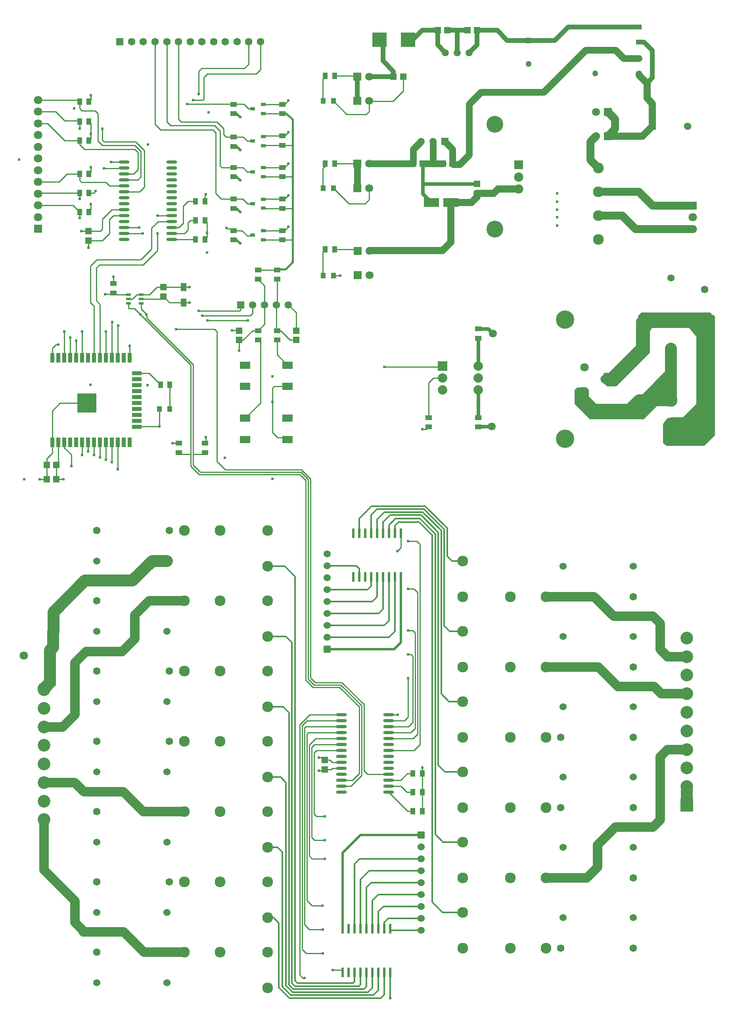
<source format=gtl>
G04 Layer: TopLayer*
G04 EasyEDA Pro v2.1.49.573a4102.674264, 2024-03-15 18:46:32*
G04 Gerber Generator version 0.3*
G04 Scale: 100 percent, Rotated: No, Reflected: No*
G04 Dimensions in millimeters*
G04 Leading zeros omitted, absolute positions, 3 integers and 5 decimals*
%FSLAX35Y35*%
%MOMM*%
%AMRoundRect*1,1,$1,$2,$3*1,1,$1,$4,$5*1,1,$1,0-$2,0-$3*1,1,$1,0-$4,0-$5*20,1,$1,$2,$3,$4,$5,0*20,1,$1,$4,$5,0-$2,0-$3,0*20,1,$1,0-$2,0-$3,0-$4,0-$5,0*20,1,$1,0-$4,0-$5,$2,$3,0*4,1,4,$2,$3,$4,$5,0-$2,0-$3,0-$4,0-$5,$2,$3,0*%
%ADD10C,2.87908*%
%ADD11C,2.79908*%
%ADD12R,0.9X2.0*%
%ADD13R,2.0X0.9*%
%ADD14R,4.09999X4.09999*%
%ADD15R,1.0043X0.8*%
%ADD16R,1.0X0.8*%
%ADD17R,1.37701X1.13254*%
%ADD18O,2.3X0.6*%
%ADD19R,1.35001X1.41*%
%ADD20R,1.13254X1.37701*%
%ADD21R,1.13254X1.37701*%
%ADD22C,1.6*%
%ADD23C,1.524*%
%ADD24RoundRect,0.3048X0.6096X0.6096X0.6096X-0.6096*%
%ADD25RoundRect,0.3048X-0.6096X-0.6096X-0.6096X0.6096*%
%ADD26C,2.3*%
%ADD27R,1.37701X1.13254*%
%ADD28C,2.79999*%
%ADD29R,1.13254X1.37701*%
%ADD30R,1.0X1.25001*%
%ADD31R,1.1X0.6*%
%ADD32R,1.35001X1.41*%
%ADD33R,1.29601X1.7575*%
%ADD34R,2.3X1.5*%
%ADD35C,1.5748*%
%ADD36R,1.5748X1.5748*%
%ADD37R,1.41X1.35001*%
%ADD38C,1.8*%
%ADD39R,1.6X1.6*%
%ADD40R,1.8X1.8*%
%ADD41R,1.8X1.8*%
%ADD42C,1.438*%
%ADD43R,1.7X1.7*%
%ADD44C,1.7*%
%ADD45R,1.0X1.25001*%
%ADD46C,2.69999*%
%ADD47R,2.7X2.7*%
%ADD48R,0.55999X2.08501*%
%ADD49R,0.55999X2.08501*%
%ADD50R,2.0X2.0*%
%ADD51C,2.0*%
%ADD52C,3.89999*%
%ADD53R,1.98X1.98*%
%ADD54C,1.98*%
%ADD55R,1.575X1.575*%
%ADD56C,1.575*%
%ADD57R,3.19999X1.85*%
%ADD58R,1.275X1.275*%
%ADD59C,1.275*%
%ADD60R,1.18X1.07*%
%ADD61C,1.5*%
%ADD62R,3.04999X3.09999*%
%ADD63R,1.7X1.7*%
%ADD64R,1.508X1.508*%
%ADD65C,1.508*%
%ADD66R,1.41X1.35001*%
%ADD67C,3.58499*%
%ADD68C,0.61*%
%ADD69C,2.54*%
%ADD70C,0.8*%
%ADD71C,2.5*%
%ADD72C,0.254*%
%ADD73C,0.4*%
%ADD74C,0.305*%
%ADD75C,0.508*%
%ADD76C,1.0*%
%ADD77C,1.4*%
G75*


G04 PolygonModel Start*
G36*
G01X14960600Y-7200900D02*
G01X14562900Y-7200900D01*
G01Y-8238300D01*
G01X14279500Y-8521700D01*
G01X14020800D01*
G01Y-8801988D01*
G01X14858112D01*
G01X14960600Y-8686800D01*
G01Y-7200900D01*
G37*
G36*
G01X14960600Y-6832600D02*
G01X14871700Y-6731000D01*
G01X14795500D01*
G01X14744700Y-6781800D01*
G01Y-7200900D01*
G01X14960600D01*
G01Y-6832600D01*
G37*
G36*
G01X14858112Y-8814688D02*
G01X14655800Y-9017000D01*
G01X13957300D01*
G01X13855700Y-8915400D01*
G01Y-8661400D01*
G01X13919200Y-8572500D01*
G01X14020800Y-8674100D01*
G01X14717525D01*
G01X14858112Y-8814688D01*
G37*
G36*
G01X13411200Y-8039100D02*
G01X13906500Y-7531100D01*
G01X14020800Y-7810500D01*
G01Y-7971825D01*
G01X13765188Y-8183913D01*
G01X13411200Y-8039100D01*
G37*
G36*
G01X13855700Y-8902700D02*
G01X13855700Y-9067800D01*
G01X13931900Y-9131300D01*
G01X14744700D01*
G01X14960600Y-8902700D01*
G01Y-8661400D01*
G01X14097000D01*
G01X13855700Y-8902700D01*
G37*
G36*
G01X14960600Y-6362700D02*
G01X14899640Y-6324600D01*
G01X13550900D01*
G01X13360400Y-6477000D01*
G01Y-6878782D01*
G01X13475783Y-6867675D01*
G01X13621084Y-6616700D01*
G01X14414413D01*
G01X14606052Y-6846352D01*
G01Y-7206337D01*
G01X14605000Y-7207389D01*
G01X14960600Y-7213600D01*
G01Y-6362700D01*
G37*
G36*
G01X12178805Y-7876018D02*
G01X12014200Y-7886700D01*
G01X11963400Y-7937500D01*
G01Y-8229600D01*
G01X12293600Y-8559800D01*
G01X13443760D01*
G01X13850160Y-8153400D01*
G01X13347700D01*
G01X13144500Y-8356600D01*
G01X12395200D01*
G01X12178805Y-8140205D01*
G01Y-7876018D01*
G37*
G36*
G01X12801600Y-7569200D02*
G01X12801600Y-7858967D01*
G01X12661900Y-7861300D01*
G01X12547600Y-7763164D01*
G01Y-7658100D01*
G01X12598400Y-7569200D01*
G01X12801600D01*
G37*
G36*
G01X762000Y-14033500D02*
G01X647700Y-13474700D01*
G01X635000Y-14122400D01*
G01X546100Y-14211300D01*
G01X622300Y-14325600D01*
G01X647700D01*
G01X723900Y-14414500D01*
G01X889000Y-14224000D01*
G01Y-13512800D01*
G01X825500Y-13970000D01*
G01X762000Y-14033500D01*
G37*
G36*
G01X14302499Y-16393401D02*
G01X14236700Y-16459200D01*
G01Y-16662400D01*
G01X14363700Y-16789400D01*
G01X14490700Y-16662400D01*
G01Y-16446500D01*
G01X14437601Y-16393401D01*
G01X14302499D01*
G37*
G36*
G01X14960600Y-7200900D02*
G01X14562900Y-7200900D01*
G01Y-6735633D01*
G01X14630716Y-6667816D01*
G01X14820900Y-6858000D01*
G01X14960600D01*
G01Y-7200900D01*
G37*
G36*
G01X14439900Y-6324600D02*
G01X14901333Y-6324600D01*
G01X14850533Y-6286500D01*
G01X13385800D01*
G01X13322300Y-6350000D01*
G01Y-6413500D01*
G01X13373100Y-6464300D01*
G01X14300200D01*
G01X14439900Y-6324600D01*
G37*
G36*
G01X12852400Y-7861300D02*
G01X13576300Y-7137400D01*
G01Y-6692900D01*
G01X12542026Y-7727174D01*
G01X12676152Y-7861300D01*
G01X12852400D01*
G37*
G04 PolygonModel End*

G04 Circle Start*
G54D10*
G01X14744700Y-7340900D03*
G54D11*
G01X14020800Y-8661400D03*
G01X635000Y-14312900D03*
G04 Circle End*

G04 Pad Start*
G54D12*
G01X815378Y-9048890D03*
G01X942378Y-9048890D03*
G01X1069378Y-9048890D03*
G01X1196378Y-9048890D03*
G01X1323378Y-9048890D03*
G01X1450378Y-9048890D03*
G01X1577378Y-9048890D03*
G01X1704378Y-9048890D03*
G01X1831378Y-9048890D03*
G01X1958378Y-9048890D03*
G01X2085378Y-9048890D03*
G01X2212378Y-9048890D03*
G01X2339378Y-9048890D03*
G01X2466378Y-9048890D03*
G54D13*
G01X2616391Y-8720391D03*
G01X2616391Y-8593391D03*
G01X2616391Y-8466391D03*
G01X2616391Y-8339391D03*
G01X2616391Y-8212391D03*
G01X2616391Y-8085391D03*
G01X2616391Y-7958391D03*
G01X2616391Y-7831391D03*
G01X2616391Y-7704391D03*
G01X2616391Y-7577391D03*
G54D12*
G01X2466378Y-7248893D03*
G01X2339378Y-7248893D03*
G01X2212378Y-7248893D03*
G01X2085378Y-7248893D03*
G01X1958378Y-7248893D03*
G01X1831378Y-7248893D03*
G01X1704378Y-7248893D03*
G01X1577378Y-7248893D03*
G01X1450378Y-7248893D03*
G01X1323378Y-7248893D03*
G01X1196378Y-7248893D03*
G01X1069378Y-7248893D03*
G01X942378Y-7248893D03*
G01X815378Y-7248893D03*
G54D14*
G01X1549400Y-8216900D03*
G54D16*
G01X5322001Y-1848099D03*
G01X5091999Y-1943095D03*
G01X5322001Y-2038101D03*
G54D17*
G01X4686300Y-1843100D03*
G01X4686300Y-2043100D03*
G01X5727700Y-1843100D03*
G01X5727700Y-2043100D03*
G54D16*
G01X5322001Y-2533899D03*
G01X5091999Y-2628895D03*
G01X5322001Y-2723901D03*
G54D17*
G01X4686300Y-2541600D03*
G01X4686300Y-2741600D03*
G01X5727700Y-2516200D03*
G01X5727700Y-2716200D03*
G54D16*
G01X5322001Y-3194299D03*
G01X5091999Y-3289295D03*
G01X5322001Y-3384301D03*
G54D17*
G01X4686300Y-3189300D03*
G01X4686300Y-3389300D03*
G01X5727700Y-3189300D03*
G01X5727700Y-3389300D03*
G54D16*
G01X5322001Y-3867399D03*
G01X5091999Y-3962395D03*
G01X5322001Y-4057401D03*
G54D17*
G01X4686300Y-3862400D03*
G01X4686300Y-4062400D03*
G01X5727700Y-3862400D03*
G01X5727700Y-4062400D03*
G54D16*
G01X5322001Y-4540499D03*
G01X5091999Y-4635495D03*
G01X5322001Y-4730501D03*
G54D17*
G01X4686300Y-4535500D03*
G01X4686300Y-4735500D03*
G01X5727700Y-4535500D03*
G01X5727700Y-4735500D03*
G54D18*
G01X2351748Y-3073400D03*
G01X2351748Y-3200400D03*
G01X2351748Y-3327400D03*
G01X2351748Y-3454400D03*
G01X2351748Y-3581400D03*
G01X2351748Y-3708400D03*
G01X2351748Y-3835400D03*
G01X2351748Y-3962400D03*
G01X2351748Y-4089400D03*
G01X2351748Y-4216400D03*
G01X2351748Y-4343400D03*
G01X2351748Y-4470400D03*
G01X2351748Y-4597400D03*
G01X2351748Y-4724400D03*
G01X3363252Y-3073400D03*
G01X3363252Y-3200400D03*
G01X3363252Y-3327400D03*
G01X3363252Y-3454400D03*
G01X3363252Y-3581400D03*
G01X3363252Y-3708400D03*
G01X3363252Y-3835400D03*
G01X3363252Y-3962400D03*
G01X3363252Y-4089400D03*
G01X3363252Y-4216400D03*
G01X3363252Y-4343400D03*
G01X3363252Y-4470400D03*
G01X3363252Y-4597400D03*
G01X3363252Y-4724400D03*
G54D17*
G01X4076700Y-9069400D03*
G01X4076700Y-9269400D03*
G01X3517900Y-9069400D03*
G01X3517900Y-9269400D03*
G54D19*
G01X1587500Y-4548200D03*
G01X1587500Y-4748200D03*
G54D20*
G01X3875100Y-4724400D03*
G01X4075100Y-4724400D03*
G01X3875100Y-4318000D03*
G01X4075100Y-4318000D03*
G54D21*
G01X3875100Y-3911600D03*
G01X4075100Y-3911600D03*
G54D18*
G01X6987248Y-14859000D03*
G01X6987248Y-14986000D03*
G01X6987248Y-15113000D03*
G01X6987248Y-15240000D03*
G01X6987248Y-15367000D03*
G01X6987248Y-15494000D03*
G01X6987248Y-15621000D03*
G01X6987248Y-15748000D03*
G01X6987248Y-15875000D03*
G01X6987248Y-16002000D03*
G01X6987248Y-16129000D03*
G01X6987248Y-16256000D03*
G01X6987248Y-16383000D03*
G01X6987248Y-16510000D03*
G01X7998752Y-14859000D03*
G01X7998752Y-14986000D03*
G01X7998752Y-15113000D03*
G01X7998752Y-15240000D03*
G01X7998752Y-15367000D03*
G01X7998752Y-15494000D03*
G01X7998752Y-15621000D03*
G01X7998752Y-15748000D03*
G01X7998752Y-15875000D03*
G01X7998752Y-16002000D03*
G01X7998752Y-16129000D03*
G01X7998752Y-16256000D03*
G01X7998752Y-16383000D03*
G01X7998752Y-16510000D03*
G54D19*
G01X6629400Y-15825800D03*
G01X6629400Y-16025800D03*
G54D21*
G01X8512200Y-16916400D03*
G01X8712200Y-16916400D03*
G54D20*
G01X8512200Y-16510000D03*
G01X8712200Y-16510000D03*
G01X8512200Y-16116300D03*
G01X8712200Y-16116300D03*
G54D22*
G01X3315005Y-10934700D03*
G01X1764995Y-10934700D03*
G54D23*
G01X1764602Y-11582400D03*
G01X3264599Y-11582400D03*
G54D22*
G01X3315005Y-12433300D03*
G01X1764995Y-12433300D03*
G54D23*
G01X1764602Y-13081000D03*
G01X3264599Y-13081000D03*
G54D22*
G01X3315005Y-13931900D03*
G01X1764995Y-13931900D03*
G54D23*
G01X1764602Y-14579600D03*
G01X3264599Y-14579600D03*
G54D22*
G01X3315005Y-15430500D03*
G01X1764995Y-15430500D03*
G54D23*
G01X1764602Y-16078200D03*
G01X3264599Y-16078200D03*
G54D22*
G01X3315005Y-16929100D03*
G01X1764995Y-16929100D03*
G54D23*
G01X1764602Y-17576800D03*
G01X3264599Y-17576800D03*
G54D22*
G01X3315005Y-18427700D03*
G01X1764995Y-18427700D03*
G54D23*
G01X1764602Y-19075400D03*
G01X3264599Y-19075400D03*
G54D22*
G01X3315005Y-19926300D03*
G01X1764995Y-19926300D03*
G54D23*
G01X1764602Y-20574000D03*
G01X3264599Y-20574000D03*
G54D22*
G01X11670995Y-19837400D03*
G01X13221005Y-19837400D03*
G54D23*
G01X13221399Y-19189700D03*
G01X11721402Y-19189700D03*
G54D22*
G01X11670995Y-18338800D03*
G01X13221005Y-18338800D03*
G54D23*
G01X13221399Y-17691100D03*
G01X11721402Y-17691100D03*
G54D22*
G01X11670995Y-16840200D03*
G01X13221005Y-16840200D03*
G54D23*
G01X13221399Y-16192500D03*
G01X11721402Y-16192500D03*
G54D22*
G01X11670995Y-15341600D03*
G01X13221005Y-15341600D03*
G54D23*
G01X13221399Y-14693900D03*
G01X11721402Y-14693900D03*
G54D22*
G01X11670995Y-13843000D03*
G01X13221005Y-13843000D03*
G54D23*
G01X13221399Y-13195300D03*
G01X11721402Y-13195300D03*
G54D22*
G01X11670995Y-12344400D03*
G01X13221005Y-12344400D03*
G54D23*
G01X13221399Y-11696700D03*
G01X11721402Y-11696700D03*
G54D24*
G01X8686800Y-17424400D03*
G54D23*
G01X8686800Y-17678400D03*
G01X8686800Y-17932400D03*
G01X8686800Y-18186400D03*
G01X8686800Y-18440400D03*
G01X8686800Y-18694400D03*
G01X8686800Y-18948400D03*
G01X8686800Y-19202400D03*
G01X8686800Y-19456400D03*
G54D25*
G01X6680200Y-13462000D03*
G54D23*
G01X6680200Y-13208000D03*
G01X6680200Y-12954000D03*
G01X6680200Y-12700000D03*
G01X6680200Y-12446000D03*
G01X6680200Y-12192000D03*
G01X6680200Y-11938000D03*
G01X6680200Y-11684000D03*
G01X6680200Y-11430000D03*
G54D26*
G01X5410200Y-11696700D03*
G01X3632200Y-10934700D03*
G01X4394200Y-10934700D03*
G01X5410200Y-10934700D03*
G01X5410200Y-13195300D03*
G01X3632200Y-12433300D03*
G01X4394200Y-12433300D03*
G01X5410200Y-12433300D03*
G01X5410200Y-14693900D03*
G01X3632200Y-13931900D03*
G01X4394200Y-13931900D03*
G01X5410200Y-13931900D03*
G01X5410200Y-16192500D03*
G01X3632200Y-15430500D03*
G01X4394200Y-15430500D03*
G01X5410200Y-15430500D03*
G01X5410200Y-17691100D03*
G01X3632200Y-16929100D03*
G01X4394200Y-16929100D03*
G01X5410200Y-16929100D03*
G01X5410200Y-19189700D03*
G01X3632200Y-18427700D03*
G01X4394200Y-18427700D03*
G01X5410200Y-18427700D03*
G01X5410200Y-20688300D03*
G01X3632200Y-19926300D03*
G01X4394200Y-19926300D03*
G01X5410200Y-19926300D03*
G01X9575800Y-19075400D03*
G01X11353800Y-19837400D03*
G01X10591800Y-19837400D03*
G01X9575800Y-19837400D03*
G01X9575800Y-17576800D03*
G01X11353800Y-18338800D03*
G01X10591800Y-18338800D03*
G01X9575800Y-18338800D03*
G01X9575800Y-16078200D03*
G01X11353800Y-16840200D03*
G01X10591800Y-16840200D03*
G01X9575800Y-16840200D03*
G01X9575800Y-14579600D03*
G01X11353800Y-15341600D03*
G01X10591800Y-15341600D03*
G01X9575800Y-15341600D03*
G01X9575800Y-13081000D03*
G01X11353800Y-13843000D03*
G01X10591800Y-13843000D03*
G01X9575800Y-13843000D03*
G01X9575800Y-11582400D03*
G01X11353800Y-12344400D03*
G01X10591800Y-12344400D03*
G01X9575800Y-12344400D03*
G54D27*
G01X9906000Y-8723300D03*
G01X9906000Y-8523300D03*
G01X9906000Y-6831000D03*
G01X9906000Y-6631000D03*
G54D28*
G01X14020800Y-8661400D03*
G01X14020800Y-8153400D03*
G54D23*
G01X14020800Y-7049198D03*
G01X14020800Y-5549201D03*
G54D22*
G01X14744700Y-7340905D03*
G01X14744700Y-5790895D03*
G54D27*
G01X8851900Y-8723300D03*
G01X8851900Y-8523300D03*
G54D29*
G01X1598600Y-3327400D03*
G01X1398600Y-3327400D03*
G54D20*
G01X1398600Y-3733800D03*
G01X1598600Y-3733800D03*
G54D29*
G01X1598600Y-4140200D03*
G01X1398600Y-4140200D03*
G01X3325800Y-7823200D03*
G01X3125800Y-7823200D03*
G54D30*
G01X3323102Y-8343890D03*
G01X3103088Y-8343890D03*
G54D31*
G01X2443099Y-6089396D03*
G01X2443099Y-5994400D03*
G01X2443099Y-5899404D03*
G01X2713101Y-5899404D03*
G01X2713101Y-5994400D03*
G01X2713101Y-6089396D03*
G54D17*
G01X2120900Y-5665800D03*
G01X2120900Y-5865800D03*
G54D32*
G01X3187700Y-5940400D03*
G01X3187700Y-5740400D03*
G54D33*
G01X3619500Y-6074131D03*
G01X3619500Y-5736869D03*
G54D34*
G01X5839790Y-8988006D03*
G01X4929810Y-8987980D03*
G01X5839790Y-8537994D03*
G01X4929810Y-8537994D03*
G01X5839790Y-7857706D03*
G01X4929810Y-7857680D03*
G01X5839790Y-7407694D03*
G01X4929810Y-7407694D03*
G54D35*
G01X5854700Y-6121400D03*
G01X5600700Y-6121400D03*
G01X5346700Y-6121400D03*
G01X5092700Y-6121400D03*
G54D36*
G01X4838700Y-6121400D03*
G54D27*
G01X5207000Y-6869100D03*
G01X5207000Y-6669100D03*
G01X5613400Y-6869100D03*
G01X5613400Y-6669100D03*
G54D32*
G01X4800600Y-6869100D03*
G01X4800600Y-6669100D03*
G01X6019800Y-6869100D03*
G01X6019800Y-6669100D03*
G54D27*
G01X5207000Y-5573700D03*
G01X5207000Y-5373700D03*
G01X5613400Y-5573700D03*
G01X5613400Y-5373700D03*
G54D37*
G01X900100Y-9537700D03*
G01X700100Y-9537700D03*
G01X900100Y-9842500D03*
G01X700100Y-9842500D03*
G54D38*
G01X210693Y-13597699D03*
G01X830707Y-13097700D03*
G54D39*
G01X2259203Y-508005D03*
G54D22*
G01X2509190Y-508005D03*
G01X2759202Y-508005D03*
G01X3009214Y-508005D03*
G01X3259201Y-508005D03*
G01X3509213Y-508005D03*
G01X3759200Y-508005D03*
G01X4009212Y-508005D03*
G01X4259199Y-508005D03*
G01X4509211Y-508005D03*
G01X4759198Y-508005D03*
G01X5009210Y-508005D03*
G01X5259197Y-508005D03*
G54D38*
G01X508127Y-1749196D03*
G01X508000Y-2999207D03*
G01X507898Y-2749194D03*
G01X508051Y-2499208D03*
G01X508076Y-2249195D03*
G01X508102Y-1999209D03*
G01X508000Y-3249193D03*
G01X507975Y-3499206D03*
G01X507949Y-3749192D03*
G01X507924Y-3999154D03*
G01X507898Y-4249191D03*
G54D40*
G01X507873Y-4499204D03*
G54D29*
G01X1598600Y-2616200D03*
G01X1398600Y-2616200D03*
G54D21*
G01X1398600Y-1790700D03*
G01X1598600Y-1790700D03*
G54D29*
G01X1598600Y-2209800D03*
G01X1398600Y-2209800D03*
G54D26*
G01X12471400Y-3197403D03*
G01X12471400Y-3707409D03*
G01X12471400Y-4217391D03*
G01X12471400Y-4727397D03*
G54D41*
G01X14490700Y-4004500D03*
G54D38*
G01X14490700Y-4254513D03*
G01X14490700Y-4504499D03*
G54D42*
G01X13436600Y-4508500D03*
G01X13636600Y-4008501D03*
G54D43*
G01X7331530Y-5488573D03*
G54D44*
G01X7585530Y-5488573D03*
G54D20*
G01X6643700Y-4940300D03*
G01X6843700Y-4940300D03*
G54D45*
G01X6596598Y-5499110D03*
G01X6816612Y-5499110D03*
G54D43*
G01X7327900Y-3632200D03*
G54D44*
G01X7581900Y-3632200D03*
G54D45*
G01X6596598Y-3632210D03*
G01X6816612Y-3632210D03*
G54D29*
G01X6843700Y-3111500D03*
G01X6643700Y-3111500D03*
G54D43*
G01X7328865Y-1773258D03*
G54D44*
G01X7582865Y-1773258D03*
G54D29*
G01X6844664Y-1239858D03*
G01X6644665Y-1239858D03*
G54D45*
G01X6596562Y-1773268D03*
G01X6816577Y-1773268D03*
G54D46*
G01X635000Y-14325600D03*
G01X635000Y-14721599D03*
G01X635000Y-15117598D03*
G01X635000Y-15513598D03*
G01X635000Y-15909597D03*
G01X635000Y-16305596D03*
G01X635000Y-16701595D03*
G01X635000Y-17097594D03*
G54D47*
G01X14363700Y-16789400D03*
G54D46*
G01X14363700Y-16393401D03*
G01X14363700Y-15997402D03*
G01X14363700Y-15601402D03*
G01X14363700Y-15205403D03*
G01X14363700Y-14808200D03*
G01X14363700Y-14412201D03*
G01X14363700Y-14016202D03*
G01X14363700Y-13620202D03*
G01X14363700Y-13224203D03*
G54D48*
G01X8026400Y-19426453D03*
G01X7899400Y-19426453D03*
G01X7772400Y-19426453D03*
G01X7645400Y-19426453D03*
G01X7518400Y-19426453D03*
G01X7391400Y-19426453D03*
G01X7264400Y-19426453D03*
G01X7137400Y-19426453D03*
G01X7010400Y-19426453D03*
G01X7010400Y-20349947D03*
G01X7137400Y-20349947D03*
G01X7264400Y-20349947D03*
G01X7391400Y-20349947D03*
G01X7518400Y-20349947D03*
G01X7645400Y-20349947D03*
G01X7772400Y-20349947D03*
G01X7899400Y-20349947D03*
G01X8026400Y-20349947D03*
G54D49*
G01X7239000Y-11917147D03*
G01X7366000Y-11917147D03*
G01X7493000Y-11917147D03*
G01X7620000Y-11917147D03*
G01X7747000Y-11917147D03*
G01X7874000Y-11917147D03*
G01X8001000Y-11917147D03*
G01X8128000Y-11917147D03*
G01X8255000Y-11917147D03*
G01X8255000Y-10993653D03*
G01X8128000Y-10993653D03*
G01X8001000Y-10993653D03*
G01X7874000Y-10993653D03*
G01X7747000Y-10993653D03*
G01X7620000Y-10993653D03*
G01X7493000Y-10993653D03*
G01X7366000Y-10993653D03*
G01X7239000Y-10993653D03*
G54D50*
G01X9144000Y-7429500D03*
G54D51*
G01X9144000Y-7683500D03*
G01X9144000Y-7937500D03*
G01X9906000Y-7937500D03*
G01X9906000Y-7683500D03*
G01X9906000Y-7429500D03*
G54D52*
G01X11760200Y-6438900D03*
G01X11760200Y-8978895D03*
G54D43*
G01X7331530Y-4967873D03*
G54D44*
G01X7585530Y-4967873D03*
G54D43*
G01X7327900Y-3111500D03*
G54D44*
G01X7581900Y-3111500D03*
G54D32*
G01X9880600Y-3747897D03*
G01X9880600Y-3541903D03*
G54D53*
G01X10769600Y-3136900D03*
G54D54*
G01X10769600Y-3391899D03*
G01X10769600Y-3646899D03*
G54D43*
G01X7328865Y-1252558D03*
G54D44*
G01X7582865Y-1252558D03*
G54D55*
G01X13627100Y-2311400D03*
G54D56*
G01X14377099Y-2311400D03*
G54D57*
G01X9323600Y-3937000D03*
G01X8913600Y-3937000D03*
G54D58*
G01X10985500Y-482600D03*
G54D59*
G01X10985500Y-982599D03*
G54D60*
G01X13335000Y-193100D03*
G01X13335000Y-518100D03*
G54D61*
G01X9716464Y-744058D03*
G01X9462465Y-744058D03*
G01X9208465Y-744058D03*
G54D37*
G01X9247962Y-261958D03*
G01X9041968Y-261958D03*
G54D62*
G01X8408564Y-465158D03*
G01X7798565Y-465158D03*
G54D37*
G01X8307197Y-1257300D03*
G01X8101203Y-1257300D03*
G54D63*
G01X12674600Y-2006600D03*
G54D44*
G01X12420600Y-2006600D03*
G54D63*
G01X12674600Y-2527300D03*
G54D44*
G01X12420600Y-2527300D03*
G54D60*
G01X13335000Y-866200D03*
G01X13335000Y-1191200D03*
G54D64*
G01X9195540Y-2634559D03*
G54D65*
G01X8941541Y-2634559D03*
G01X8687541Y-2634559D03*
G54D58*
G01X12407900Y-685800D03*
G54D59*
G01X12407900Y-1185799D03*
G54D66*
G01X9156044Y-3110759D03*
G01X9362038Y-3110759D03*
G54D37*
G01X8727038Y-3110759D03*
G01X8521044Y-3110759D03*
G54D66*
G01X9676968Y-261958D03*
G01X9882962Y-261958D03*
G54D67*
G01X10261600Y-4508500D03*
G01X10261600Y-2272504D03*
G54D38*
G01X12611100Y-7708900D03*
G01X12179795Y-7454887D03*
G01X12178805Y-7962913D03*
G04 Pad End*

G04 Via Start*
G54D28*
G01X13804900Y-7950200D03*
G01X14020800Y-8953500D03*
G54D68*
G01X14922500Y-8864600D03*
G01X14922500Y-8534400D03*
G01X14922500Y-8229600D03*
G01X14922500Y-7924800D03*
G01X14922500Y-7620000D03*
G01X14922500Y-7327900D03*
G01X14922500Y-6965950D03*
G54D44*
G01X10223500Y-6731000D03*
G01X10198100Y-8712200D03*
G54D68*
G01X3378200Y-9067800D03*
G01X4089400Y-8940800D03*
G01X2692400Y-6324600D03*
G01X2819400Y-6324600D03*
G01X2667000Y-4470400D03*
G01X2743200Y-4597400D03*
G01X1066800Y-6692900D03*
G01X1447800Y-6692900D03*
G01X3746500Y-6070600D03*
G01X3746500Y-5740400D03*
G01X2120900Y-5524500D03*
G01X1435100Y-4546600D03*
G01X1587500Y-4902200D03*
G01X3098800Y-8712200D03*
G01X6502400Y-16052800D03*
G01X6502400Y-15773400D03*
G01X8712200Y-15989300D03*
G01X5511800Y-8191500D03*
G01X5943600Y-3390900D03*
G01X6959600Y-5499100D03*
G01X4648200Y-6667500D03*
G01X1054100Y-9842500D03*
G01X546100Y-9842500D03*
G01X1955800Y-6692900D03*
G01X3454400Y-6642100D03*
G01X6629400Y-17030700D03*
G01X6629400Y-17538700D03*
G01X6629400Y-17932400D03*
G01X6578600Y-18935700D03*
G01X6591300Y-19443700D03*
G01X6591300Y-19951700D03*
G01X6197600Y-20472400D03*
G01X8026400Y-20904200D03*
G01X6805350Y-20305450D03*
G01X8191500Y-14859000D03*
G01X8407400Y-14084300D03*
G01X8407400Y-13576300D03*
G01X8407400Y-13068300D03*
G01X8407400Y-12179300D03*
G01X8407400Y-11163300D03*
G01X8178800Y-11367795D03*
G01X11595100Y-3746500D03*
G01X11595100Y-3924300D03*
G01X11595100Y-4089400D03*
G01X11595100Y-4254500D03*
G01X11595100Y-4432300D03*
G01X8712200Y-8775700D03*
G01X2209800Y-9626600D03*
G01X7899400Y-7442200D03*
G01X4826000Y-2120900D03*
G01X4826000Y-2817713D03*
G01X4826000Y-3467100D03*
G01X4826000Y-4140200D03*
G01X4826000Y-4813300D03*
G01X5854700Y-1765300D03*
G01X5854700Y-2438400D03*
G01X5854700Y-3111500D03*
G01X5854700Y-3784600D03*
G01X5854700Y-4457700D03*
G01X5943600Y-5207000D03*
G01X1574800Y-9245600D03*
G01X1701800Y-9321800D03*
G01X1828800Y-9372600D03*
G01X1955800Y-9423400D03*
G01X2082800Y-9474200D03*
G01X4089400Y-3759200D03*
G01X1219200Y-9563100D03*
G01X4800600Y-7099300D03*
G01X1447800Y-9321800D03*
G01X1193800Y-6819900D03*
G01X1320800Y-6883400D03*
G01X4114800Y-4584700D03*
G01X1943100Y-5892800D03*
G01X3060700Y-4597400D03*
G01X3060700Y-4216400D03*
G01X3937000Y-6248400D03*
G01X4013200Y-6350000D03*
G01X2466378Y-6996072D03*
G01X4127500Y-6451600D03*
G01X4991100Y-6451600D03*
G01X2070100Y-3073400D03*
G01X1917700Y-3213100D03*
G01X1397000Y-3860800D03*
G01X1397000Y-4267200D03*
G01X1879600Y-2362200D03*
G01X1397000Y-2362200D03*
G01X1638300Y-1651000D03*
G01X1638300Y-2476500D03*
G01X1638300Y-3187700D03*
G01X1638300Y-3975100D03*
G01X1739900Y-3695700D03*
G01X4533900Y-4483100D03*
G01X3695700Y-1841500D03*
G01X2095500Y-6489700D03*
G01X2222500Y-6565900D03*
G01X3937000Y-1625600D03*
G01X3822700Y-1752600D03*
G01X939800Y-6972300D03*
G01X4114800Y-5003800D03*
G01X5511800Y-7645400D03*
G01X215900Y-9842500D03*
G01X101600Y-3022600D03*
G01X1625600Y-7823200D03*
G01X2844800Y-7835900D03*
G01X5511800Y-9829800D03*
G01X4495800Y-9385300D03*
G01X1282700Y-1930400D03*
G01X2857500Y-2705100D03*
G01X4152900Y-2019300D03*
G04 Via End*

G04 Track Start*
G54D69*
G01X13347700Y-8153400D02*
G01X13144500Y-8356600D01*
G01X13347700Y-8153400D02*
G01X14020800Y-8153400D01*
G54D38*
G01X14744700Y-6781800D02*
G01X14744700Y-7340905D01*
G01X13360400Y-6477000D02*
G01X13360400Y-7150100D01*
G01X14744700Y-6781800D02*
G01X14427200Y-6464300D01*
G01X13373100D01*
G01X13360400Y-6477000D02*
G01X13373100Y-6464300D01*
G54D70*
G01X10198100Y-8712200D02*
G01X9917100Y-8712200D01*
G01X9906000Y-8723300D01*
G01X9906000Y-7937500D02*
G01X9906000Y-8523300D01*
G01X9906000Y-7429500D02*
G01X9906000Y-6831000D01*
G01X10123500Y-6631000D02*
G01X9906000Y-6631000D01*
G01X10223500Y-6731000D02*
G01X10123500Y-6631000D01*
G54D71*
G01X2946400Y-11582400D02*
G01X3264599Y-11582400D01*
G01X1511300Y-12001500D02*
G01X2527300Y-12001500D01*
G01X2946400Y-11582400D01*
G01X830707Y-13097700D02*
G01X838200Y-13090207D01*
G01Y-12674600D01*
G01X1511300Y-12001500D01*
G54D51*
G01X635000Y-15117598D02*
G01X1036802Y-15117598D01*
G01X2578100Y-12738100D02*
G01X2882900Y-12433300D01*
G01X3315005D01*
G01X1036802Y-15117598D02*
G01X1295400Y-14859000D01*
G01Y-13754100D01*
G01X2578100Y-13242000D02*
G01X2578100Y-12738100D01*
G01X3315005Y-12433300D02*
G01X3632200Y-12433300D01*
G54D71*
G01X830707Y-13097700D02*
G01X830707Y-13418693D01*
G01X762000Y-13487400D01*
G01Y-14033500D01*
G54D51*
G01X635000Y-16305596D02*
G01X1294196Y-16305596D01*
G01X2755900Y-16929100D02*
G01X3315005Y-16929100D01*
G01X3632200D01*
G01X635000Y-17097594D02*
G01X635000Y-18173700D01*
G01X1295400Y-18834100D01*
G01Y-19291300D01*
G01X1473200Y-19469100D01*
G01X2768600Y-19926300D02*
G01X3315005Y-19926300D01*
G01X3632200D01*
G01X1295400Y-13754100D02*
G01X1536700Y-13512800D01*
G01X2307300D01*
G01X2578100Y-13242000D01*
G01X1473200Y-19469100D02*
G01X1473200Y-19494500D01*
G01X2336800D01*
G01X2768600Y-19926300D01*
G01X1294196Y-16305596D02*
G01X1494196Y-16505596D01*
G01X2332396D01*
G01X2755900Y-16929100D01*
G01X14363700Y-15601402D02*
G01X13951498Y-15601402D01*
G01X13792200Y-15760700D01*
G01Y-17106900D01*
G01X13639800Y-17259300D01*
G01X12458700Y-18110200D02*
G01X12230100Y-18338800D01*
G01X11670995D01*
G01X11353800D01*
G01X13639800Y-17259300D02*
G01X12839700Y-17259300D01*
G01X12458700Y-17640300D01*
G01Y-18110200D01*
G01X14363700Y-14412201D02*
G01X13815301Y-14412201D01*
G01X13665200Y-14262100D01*
G01X12890500D01*
G01X12471400Y-13843000D01*
G01X11670995D01*
G01X11353800D01*
G01X14363700Y-13620202D02*
G01X13950402Y-13620202D01*
G01X13792200Y-13462000D01*
G01Y-12915900D01*
G01X13639800Y-12763500D01*
G01X12801600D01*
G01X12382500Y-12344400D01*
G01X11670995D01*
G01X11353800D01*
G54D72*
G01X6987248Y-16256000D02*
G01X7226300Y-16256000D01*
G01X7366000Y-16116300D01*
G01X2443099Y-6089396D02*
G01X2443099Y-6197600D01*
G01X6987248Y-16383000D02*
G01X7188200Y-16383000D01*
G01X2713101Y-5994400D02*
G01X3133700Y-5994400D01*
G01X3187700Y-5940400D01*
G01X3321431Y-6074131D01*
G01X3619500D01*
G01X2713101Y-5899404D02*
G01X2888996Y-5899404D01*
G01X3048000Y-5740400D01*
G01X3187700D01*
G01X3615969D01*
G01X3619500Y-5736869D01*
G01X2443099Y-5994400D02*
G01X2527300Y-5994400D01*
G01X2622296Y-5899404D02*
G01X2713101Y-5899404D01*
G01X2527300Y-5994400D02*
G01X2622296Y-5899404D01*
G01X2667000Y-4470400D02*
G01X2351748Y-4470400D01*
G01X2743200Y-4597400D02*
G01X2351748Y-4597400D01*
G01X1066800Y-6692900D02*
G01X1066800Y-7246315D01*
G01X1069378Y-7248893D01*
G01X1447800Y-6692900D02*
G01X1447800Y-7246315D01*
G01X1450378Y-7248893D01*
G01X3746500Y-5740400D02*
G01X3623031Y-5740400D01*
G01X3619500Y-5736869D01*
G01X3746500Y-6070600D02*
G01X3742969Y-6074131D01*
G01X3619500D01*
G01X1587500Y-4548200D02*
G01X1839900Y-4548200D01*
G01X2082800Y-4089400D02*
G01X2351748Y-4089400D01*
G01X1587500Y-4748200D02*
G01X1881200Y-4748200D01*
G01X2032000Y-4597400D01*
G01Y-4305300D01*
G01X2120900Y-4216400D01*
G01X2351748D01*
G01X1839900Y-4548200D02*
G01X1879600Y-4508500D01*
G01Y-4292600D01*
G01X2082800Y-4089400D01*
G01X1435100Y-4546600D02*
G01X1585900Y-4546600D01*
G01X1587500Y-4548200D01*
G01X1587500Y-4902200D02*
G01X1587500Y-4748200D01*
G01X1398600Y-4140200D02*
G01X1257554Y-3999154D01*
G01X507924D01*
G01X1398600Y-3733800D02*
G01X523342Y-3733800D01*
G01X507949Y-3749192D01*
G01X2565400Y-6197600D02*
G01X2443099Y-6197600D01*
G01X2713101Y-6205601D02*
G01X2713101Y-6089396D01*
G01X2832100Y-6324600D02*
G01X2713101Y-6205601D01*
G01X2819400Y-6324600D02*
G01X2832100Y-6324600D01*
G01X8712200Y-15989300D02*
G01X8712200Y-16116300D01*
G01X8712200Y-16116300D02*
G01X8712200Y-16510000D01*
G01Y-16916400D01*
G01X7998752Y-16256000D02*
G01X8255000Y-16256000D01*
G01X8394700Y-16116300D01*
G01X8512200D01*
G01X7998752Y-16383000D02*
G01X8255000Y-16383000D01*
G01X8382000Y-16510000D01*
G01X8512200D01*
G01X7998752Y-16510000D02*
G01X8405152Y-16916400D01*
G01X8512200D01*
G01X3098800Y-8712200D02*
G01X2624582Y-8712200D01*
G01X2616391Y-8720391D01*
G01X3098800Y-8712200D02*
G01X3098800Y-8348177D01*
G01X3103088Y-8343890D01*
G01X3323102Y-8343890D02*
G01X3325800Y-8341192D01*
G01Y-7823200D01*
G01X3125800Y-7823200D02*
G01X2879992Y-7577391D01*
G01X2616391D01*
G01X5600700Y-6121400D02*
G01X5613400Y-6108700D01*
G01Y-5573700D01*
G01X5600700Y-6121400D02*
G01X5600700Y-6656400D01*
G01X5613400Y-6669100D01*
G01X5346700Y-6121400D02*
G01X5346700Y-6529400D01*
G01X5207000Y-6669100D01*
G01X5854700Y-6121400D02*
G01X6019800Y-6286500D01*
G01Y-6669100D01*
G01X5839790Y-7407694D02*
G01X5613400Y-7181304D01*
G01Y-6869100D01*
G01X6019800Y-6869100D02*
G01X5891200Y-6869100D01*
G01X5691200Y-6669100D02*
G01X5613400Y-6669100D01*
G01X5891200Y-6869100D02*
G01X5691200Y-6669100D01*
G01X5207000Y-6669100D02*
G01X5091100Y-6669100D01*
G01X4891100Y-6869100D02*
G01X4800600Y-6869100D01*
G01X5091100Y-6669100D02*
G01X4891100Y-6869100D01*
G01X5207000Y-6869100D02*
G01X5257800Y-6919900D01*
G01Y-8210004D01*
G01X4929810Y-8537994D01*
G01X5839790Y-7857706D02*
G01X5553494Y-7857706D01*
G01X5511800Y-7899400D02*
G01X5553494Y-7857706D01*
G01X5511800Y-8839200D02*
G01X5626100Y-8953500D01*
G01X5805284D01*
G01X5839790Y-8988006D01*
G01X7327900Y-3111500D02*
G01X6843700Y-3111500D01*
G01X5943600Y-3390900D02*
G01X5729300Y-3390900D01*
G01X5727700Y-3389300D01*
G54D73*
G01X5815000Y-2043100D02*
G01X5727700Y-2043100D01*
G01X5943600Y-2171700D02*
G01X5815000Y-2043100D01*
G54D72*
G01X5727700Y-2716200D02*
G01X5932901Y-2716200D01*
G01X5943600Y-2705501D01*
G54D73*
G01X5943600Y-3390900D02*
G01X5943600Y-2705501D01*
G01Y-2171700D01*
G54D72*
G01X5207000Y-5373700D02*
G01X5613400Y-5373700D01*
G54D73*
G01X5943600Y-5207000D02*
G01X5791200Y-5359400D01*
G01X5627700D01*
G01X5613400Y-5373700D01*
G54D72*
G01X5727700Y-4735500D02*
G01X5942897Y-4735500D01*
G01X5943600Y-4734796D01*
G54D73*
G01X5943600Y-5207000D01*
G54D72*
G01X5727700Y-4062400D02*
G01X5941632Y-4062400D01*
G01X5943600Y-4064368D01*
G54D73*
G01X5943600Y-3390900D02*
G01X5943600Y-4064368D01*
G01Y-4734796D01*
G54D72*
G01X6816612Y-3632210D02*
G01X7146802Y-3962400D01*
G01X7493000D01*
G01X7581900Y-3873500D01*
G01Y-3632200D01*
G01X6643700Y-3111500D02*
G01X6643700Y-3160700D01*
G01X6591300Y-3213100D01*
G01Y-3626912D01*
G01X6596598Y-3632210D01*
G01X7328865Y-1252558D02*
G01X7316165Y-1239858D01*
G01X6844664D01*
G01X6644665Y-1239858D02*
G01X6644665Y-1254735D01*
G01X6591300Y-1308100D01*
G01Y-1768006D01*
G01X6596562Y-1773268D01*
G01X6816577Y-1773268D02*
G01X7100709Y-2057400D01*
G01X7518400D01*
G01X7582865Y-1992935D01*
G01Y-1773258D01*
G01X7331530Y-4967873D02*
G01X7303957Y-4940300D01*
G01X6843700D01*
G01X6643700Y-4940300D02*
G01X6591300Y-4992700D01*
G01X6591300Y-5493812D02*
G01X6596598Y-5499110D01*
G01X6591300Y-4992700D02*
G01X6591300Y-5493812D01*
G01X6959600Y-5499100D02*
G01X6816623Y-5499100D01*
G01X4648200Y-6667500D02*
G01X4799000Y-6667500D01*
G01X4800600Y-6669100D01*
G01X3949700Y-9740900D02*
G01X3771900Y-9563100D01*
G01X3975100Y-9690100D02*
G01X3822700Y-9537700D01*
G01X3517900Y-9269400D02*
G01X3554400Y-9269400D01*
G01X3594100Y-9309100D01*
G01X3770711D01*
G01X3771900Y-9310289D01*
G01X3771900Y-9563100D02*
G01X3771900Y-9310289D01*
G01X4076700Y-9269400D02*
G01X4037000Y-9309100D01*
G01X3824117Y-9309100D02*
G01X3822700Y-9307683D01*
G01X3822700Y-9537700D02*
G01X3822700Y-9307683D01*
G01X4037000Y-9309100D02*
G01X3824117Y-9309100D01*
G01X4089400Y-8940800D02*
G01X4089400Y-9056700D01*
G01X4076700Y-9069400D01*
G01X3378200Y-9067800D02*
G01X3516300Y-9067800D01*
G01X3517900Y-9069400D01*
G01X3771900Y-7404100D02*
G01X3771900Y-9310289D01*
G01X2832100Y-6324600D02*
G01X2832100Y-6400800D01*
G01X3822700Y-7391400D01*
G01Y-9307683D01*
G01X1054100Y-9842500D02*
G01X900100Y-9842500D01*
G01Y-9563100D01*
G01X942378Y-9520822D02*
G01X942378Y-9048890D01*
G01X546100Y-9842500D02*
G01X700100Y-9842500D01*
G01Y-9537700D01*
G01Y-9396400D01*
G01X812800Y-9283700D01*
G01Y-9051468D01*
G01X815378Y-9048890D01*
G01X1955800Y-6692900D02*
G01X1958378Y-6695478D01*
G01Y-7248893D01*
G01X7543800Y-16129000D02*
G01X7998752Y-16129000D01*
G01X7467600Y-16052800D02*
G01X7543800Y-16129000D01*
G01X4330700Y-9461500D02*
G01X4508500Y-9639300D01*
G01X4330700Y-6692900D02*
G01X4330700Y-9461500D01*
G01X7188200Y-16383000D02*
G01X7416800Y-16154400D01*
G01X6987248Y-14986000D02*
G01X6248400Y-14986000D01*
G01X6311900Y-14859000D02*
G01X6987248Y-14859000D01*
G01X6502400Y-15773400D02*
G01X6577000Y-15773400D01*
G01X6629400Y-15825800D01*
G01X6745300D01*
G01X6794500Y-15875000D01*
G01X6987248D01*
G01X6502400Y-16052800D02*
G01X6602400Y-16052800D01*
G01X6629400Y-16025800D01*
G01X6770700D01*
G01X6794500Y-16002000D01*
G01X6987248D01*
G01X6629400Y-17030700D02*
G01X6451600Y-17030700D01*
G01X6451600Y-15621000D02*
G01X6987248Y-15621000D01*
G01X6987248Y-15494000D02*
G01X6410960Y-15494000D01*
G01X6410960Y-17538700D02*
G01X6629400Y-17538700D01*
G01X6410960Y-15494000D02*
G01X6350000Y-15554960D01*
G01Y-17477740D01*
G01X6410960Y-17538700D01*
G01X6451600Y-17030700D02*
G01X6400800Y-16979900D01*
G01Y-15671800D01*
G01X6451600Y-15621000D01*
G01X6438900Y-15367000D02*
G01X6987248Y-15367000D01*
G01X6299200Y-15506700D02*
G01X6438900Y-15367000D01*
G01X6987248Y-15240000D02*
G01X6273800Y-15240000D01*
G01X6248400Y-15265400D01*
G01X6197600Y-19342100D02*
G01X6299200Y-19443700D01*
G01X6591300D01*
G01X6248400Y-14986000D02*
G01X6146800Y-15087600D01*
G01Y-19862800D01*
G01X6235700Y-19951700D01*
G01X6591300D01*
G01X6096000Y-15074900D02*
G01X6311900Y-14859000D01*
G01X6578600Y-18935700D02*
G01X6362700Y-18935700D01*
G01X6248400Y-18821400D01*
G01Y-15265400D01*
G54D74*
G01X5778500Y-11696700D02*
G01X5410200Y-11696700D01*
G54D72*
G01X6299200Y-17868900D02*
G01X6299200Y-15506700D01*
G01X6629400Y-17932400D02*
G01X6362700Y-17932400D01*
G01X6299200Y-17868900D01*
G54D74*
G01X5803900Y-13195300D02*
G01X5410200Y-13195300D01*
G01X5930900Y-13322300D02*
G01X5803900Y-13195300D01*
G01X5930900Y-20586700D02*
G01X5930900Y-13322300D01*
G01X8686800Y-19202400D02*
G01X7988300Y-19202400D01*
G01X7899400Y-19291300D01*
G01X8026400Y-19426453D02*
G01X8026400Y-19456400D01*
G01X8686800D01*
G01X8686800Y-18948400D02*
G01X7886700Y-18948400D01*
G01X7772400Y-19062700D01*
G01X8686800Y-18694400D02*
G01X7772400Y-18694400D01*
G01X7645400Y-18821400D01*
G01X8686800Y-18440400D02*
G01X7620000Y-18440400D01*
G01X7518400Y-18542000D01*
G01X8686800Y-18186400D02*
G01X7581900Y-18186400D01*
G01X7391400Y-18376900D01*
G01X8686800Y-17932400D02*
G01X7378700Y-17932400D01*
G01X7264400Y-18046700D01*
G54D75*
G01X8686800Y-17424400D02*
G01X7391400Y-17424400D01*
G01X7010400Y-17805400D01*
G54D74*
G01X5727700Y-20662900D02*
G01X5727700Y-17792700D01*
G01X5626100Y-17691100D01*
G01X5410200D01*
G01X5867400Y-20624800D02*
G01X5867400Y-14820900D01*
G01X5740400Y-14693900D01*
G01X5410200D01*
G01X5410200Y-16192500D02*
G01X5689600Y-16192500D01*
G01X5803900Y-16306800D01*
G01Y-20637500D01*
G01X5537200Y-19189700D02*
G01X5410200Y-19189700D01*
G01X5651500Y-19304000D02*
G01X5537200Y-19189700D01*
G01X5651500Y-20675600D02*
G01X5651500Y-19304000D01*
G54D72*
G01X6103634Y-9740900D02*
G01X3949700Y-9740900D01*
G01X6121400Y-9690100D02*
G01X3975100Y-9690100D01*
G01X4508500Y-9639300D02*
G01X6134100Y-9639300D01*
G54D74*
G01X5994400Y-11912600D02*
G01X5778500Y-11696700D01*
G01X5994400Y-20535900D02*
G01X5994400Y-11912600D01*
G54D72*
G01X6197600Y-15138400D02*
G01X6197600Y-19342100D01*
G01X6223000Y-15113000D02*
G01X6197600Y-15138400D01*
G01X6987248Y-15113000D02*
G01X6223000Y-15113000D01*
G01X8191500Y-14859000D02*
G01X7998752Y-14859000D01*
G01X7998752Y-14986000D02*
G01X8331200Y-14986000D01*
G01X8407400Y-14909800D01*
G01X8407400Y-14084300D02*
G01X8407400Y-14909800D01*
G01X7998752Y-15113000D02*
G01X8420100Y-15113000D01*
G01X8509000Y-15024100D01*
G01Y-13614400D01*
G01X8470900Y-13576300D01*
G01X8407400D01*
G01X8509000Y-13068300D02*
G01X8407400Y-13068300D01*
G01X8534400Y-12179300D02*
G01X8407400Y-12179300D01*
G01X8407400Y-11163300D02*
G01X8597900Y-11163300D01*
G01X8559800Y-13119100D02*
G01X8509000Y-13068300D01*
G01X8610600Y-12255500D02*
G01X8534400Y-12179300D01*
G01X8597900Y-11163300D02*
G01X8661400Y-11226800D01*
G01Y-15494000D01*
G01X8534400Y-15621000D01*
G01X7998752D01*
G01X7998752Y-15367000D02*
G01X8521700Y-15367000D01*
G01X8610600Y-15278100D01*
G01Y-12255500D01*
G01X7998752Y-15240000D02*
G01X8470900Y-15240000D01*
G01X8559800Y-15151100D01*
G01Y-13119100D01*
G54D74*
G01X6680200Y-11684000D02*
G01X7302500Y-11684000D01*
G01X7366000Y-11747500D01*
G01Y-11917147D01*
G01X6680200Y-12192000D02*
G01X7543800Y-12192000D01*
G01X7620000Y-12115800D01*
G01Y-11917147D01*
G01X6680200Y-12446000D02*
G01X7645400Y-12446000D01*
G01X7747000Y-12344400D01*
G01Y-11917147D01*
G01X6680200Y-12700000D02*
G01X7785100Y-12700000D01*
G01X7874000Y-12611100D01*
G01Y-11917147D01*
G01X6680200Y-12954000D02*
G01X7899400Y-12954000D01*
G01X8001000Y-12852400D01*
G01Y-11917147D01*
G01X6680200Y-13208000D02*
G01X8001000Y-13208000D01*
G01X8128000Y-13081000D01*
G01Y-11917147D01*
G54D75*
G01X8255000Y-11917147D02*
G01X8255000Y-13322300D01*
G01X8115300Y-13462000D01*
G01X6680200D01*
G54D72*
G01X8255000Y-10993653D02*
G01X8255000Y-11291595D01*
G01X8178800Y-11367795D01*
G54D74*
G01X8128000Y-10993653D02*
G01X8128000Y-10833100D01*
G01X8204200Y-10756900D01*
G01X8648700D01*
G01X9144000Y-19075400D02*
G01X9575800Y-19075400D01*
G01X8648700Y-10756900D02*
G01X8928100Y-11036300D01*
G01Y-18859500D01*
G01X9144000Y-19075400D01*
G01X8001000Y-10993653D02*
G01X8001000Y-10820400D01*
G01X8140700Y-10680700D01*
G01X9156700Y-17576800D02*
G01X9575800Y-17576800D01*
G01X8991600Y-17411700D02*
G01X9156700Y-17576800D01*
G01X7874000Y-10993653D02*
G01X7874000Y-10756900D01*
G01X8026400Y-10604500D01*
G01X9194800Y-16078200D02*
G01X9575800Y-16078200D01*
G01X9055100Y-15938500D02*
G01X9194800Y-16078200D01*
G01X8140700Y-10680700D02*
G01X8661400Y-10680700D01*
G01X8991600Y-11010900D01*
G01Y-17411700D01*
G01X8026400Y-10604500D02*
G01X8686800Y-10604500D01*
G01X9055100Y-10972800D01*
G01Y-15938500D01*
G01X7747000Y-10993653D02*
G01X7747000Y-10693400D01*
G01X9283700Y-14579600D02*
G01X9575800Y-14579600D01*
G01X9118600Y-14414500D02*
G01X9283700Y-14579600D01*
G01X9118600Y-10934700D02*
G01X9118600Y-14414500D01*
G01X7747000Y-10693400D02*
G01X7899400Y-10541000D01*
G01X8724900D01*
G01X9118600Y-10934700D01*
G01X7620000Y-10993653D02*
G01X7620000Y-10604500D01*
G01X9296400Y-13081000D02*
G01X9575800Y-13081000D01*
G01X9182100Y-12966700D02*
G01X9296400Y-13081000D01*
G01X9182100Y-10909300D02*
G01X9182100Y-12966700D01*
G01X7620000Y-10604500D02*
G01X7747000Y-10477500D01*
G01X8750300D01*
G01X9182100Y-10909300D01*
G01X7366000Y-10993653D02*
G01X7366000Y-10680700D01*
G01X9347200Y-11582400D02*
G01X9575800Y-11582400D01*
G01X9245600Y-11480800D02*
G01X9347200Y-11582400D01*
G01X9245600Y-10883900D02*
G01X9245600Y-11480800D01*
G01X7366000Y-10680700D02*
G01X7632700Y-10414000D01*
G01X8775700D01*
G01X9245600Y-10883900D01*
G54D72*
G01X6134100Y-9639300D02*
G01X6324600Y-9829800D01*
G01X6273800Y-9842500D02*
G01X6121400Y-9690100D01*
G01X6223000Y-9860266D02*
G01X6103634Y-9740900D01*
G01X7416800Y-16154400D02*
G01X7416800Y-14668500D01*
G01X7366000Y-16116300D02*
G01X7366000Y-14693900D01*
G01X7416800Y-14668500D02*
G01X6972300Y-14224000D01*
G01X7366000Y-14693900D02*
G01X6946900Y-14274800D01*
G01X7467600Y-14643100D02*
G01X7467600Y-16052800D01*
G01X6997700Y-14173200D02*
G01X7467600Y-14643100D01*
G01X6426200Y-14173200D02*
G01X6997700Y-14173200D01*
G01X6324600Y-14071600D02*
G01X6426200Y-14173200D01*
G01X6324600Y-9829800D02*
G01X6324600Y-14071600D01*
G01X6972300Y-14224000D02*
G01X6400800Y-14224000D01*
G01X6273800Y-14097000D01*
G01Y-9842500D01*
G01X6946900Y-14274800D02*
G01X6375400Y-14274800D01*
G01X6223000Y-14122400D01*
G01Y-9860266D01*
G54D44*
G01X14490700Y-4004500D02*
G01X14486700Y-4008501D01*
G01X13636600D01*
G01X13335508Y-3707409D01*
G01X12471400D01*
G01X14490700Y-4504499D02*
G01X14486700Y-4508500D01*
G01X13436600D01*
G01X13271500D01*
G01X12980391Y-4217391D01*
G01X12471400D01*
G01X12471400Y-3197403D02*
G01X12306300Y-3032303D01*
G01Y-2641600D01*
G01X12420600Y-2527300D01*
G01X12827000Y-2374900D02*
G01X12827000Y-2159000D01*
G01X12674600Y-2006600D01*
G01X12674600Y-2527300D02*
G01X12827000Y-2374900D01*
G54D61*
G01X12674600Y-2527300D02*
G01X13411200Y-2527300D01*
G01X13627100Y-2311400D01*
G54D72*
G01X8712200Y-8775700D02*
G01X8799500Y-8775700D01*
G01X8851900Y-8723300D01*
G01X8851900Y-8523300D02*
G01X8851900Y-7785100D01*
G01X8953500Y-7683500D01*
G01X9144000D01*
G01X7899400Y-7442200D02*
G01X9131300Y-7442200D01*
G01X9144000Y-7429500D01*
G54D76*
G01X9462465Y-744058D02*
G01X9462465Y-269459D01*
G01X9454963Y-261958D01*
G01X9247962Y-261958D02*
G01X9454963Y-261958D01*
G01X9676968D01*
G01X9208465Y-744058D02*
G01X9041968Y-577560D01*
G01Y-261958D01*
G01X9716464Y-744058D02*
G01X9882962Y-577560D01*
G01Y-261958D01*
G01X9041968Y-261958D02*
G01X8716942Y-261958D01*
G01X8513742Y-465158D02*
G01X8408564Y-465158D01*
G01X8716942Y-261958D02*
G01X8513742Y-465158D01*
G01X7798565Y-465158D02*
G01X7874000Y-540593D01*
G01Y-914400D01*
G01X8101203Y-1141603D01*
G01Y-1257300D01*
G01X7587607D01*
G01X7582865Y-1252558D01*
G01X7328865Y-1252558D02*
G01X7328865Y-1773258D01*
G54D72*
G01X8307197Y-1257300D02*
G01X8307197Y-1560703D01*
G01X8089900Y-1778000D01*
G01X7587607D01*
G01X7582865Y-1773258D01*
G54D77*
G01X9715500Y-1841500D02*
G01X9969500Y-1587500D01*
G01X9715500Y-2921000D02*
G01X9715500Y-1841500D01*
G01X9512300Y-3124200D02*
G01X9715500Y-2921000D01*
G01X9375478Y-3124200D02*
G01X9512300Y-3124200D01*
G01X9362038Y-3110759D02*
G01X9375478Y-3124200D01*
G01X9362038Y-3110759D02*
G01X9362038Y-2801056D01*
G01X9195540Y-2634559D01*
G01X8941541Y-2634559D02*
G01X8941541Y-3109919D01*
G01X8940700Y-3110759D01*
G01X8727038Y-3110759D02*
G01X8940700Y-3110759D01*
G01X9156044D01*
G01X8687541Y-2634559D02*
G01X8521044Y-2801056D01*
G01Y-3110759D01*
G01X8520303Y-3111500D01*
G01X7581900D01*
G01X7327900Y-3111500D02*
G01X7327900Y-3632200D01*
G54D70*
G01X8913600Y-3937000D02*
G01X8727038Y-3750437D01*
G54D61*
G01X10769600Y-3646899D02*
G01X10335801Y-3646899D01*
G01X10236200Y-3746500D01*
G01X9881997D01*
G01X9880600Y-3747897D01*
G54D70*
G01X9880600Y-3541903D02*
G01X8736467Y-3541903D01*
G01X8727038Y-3532474D01*
G01X8727038Y-3750437D02*
G01X8727038Y-3532474D01*
G01Y-3110759D01*
G54D61*
G01X9880600Y-3747897D02*
G01X9880600Y-3822700D01*
G01X9766300Y-3937000D01*
G01X9323600D01*
G01Y-4786100D01*
G01X9144000Y-4965700D01*
G01X7587704D01*
G01X7585530Y-4967873D01*
G54D75*
G01X4826000Y-2120900D02*
G01X4748200Y-2043100D01*
G01X4686300D01*
G01X4826000Y-2817713D02*
G01X4749886Y-2741600D01*
G01X4686300D01*
G01X4826000Y-3467100D02*
G01X4748200Y-3389300D01*
G01X4686300D01*
G01X4826000Y-4140200D02*
G01X4748200Y-4062400D01*
G01X4686300D01*
G01X4826000Y-4813300D02*
G01X4748200Y-4735500D01*
G01X4686300D01*
G54D72*
G01X5727700Y-3389300D02*
G01X5327000Y-3389300D01*
G01X5322001Y-3384301D01*
G01X5727700Y-2716200D02*
G01X5329702Y-2716200D01*
G01X5322001Y-2723901D01*
G01X5727700Y-2043100D02*
G01X5722701Y-2038101D01*
G01X5322001D01*
G01X5727700Y-4062400D02*
G01X5327000Y-4062400D01*
G01X5322001Y-4057401D01*
G01X5727700Y-4735500D02*
G01X5327000Y-4735500D01*
G01X5322001Y-4730501D01*
G01X5091999Y-1943095D02*
G01X5003795Y-1943095D01*
G01X4902200Y-1841500D01*
G01X4687900D01*
G01X4686300Y-1843100D01*
G01X5091999Y-2628895D02*
G01X4978395Y-2628895D01*
G01X4889500Y-2540000D01*
G01X4687900D01*
G01X4686300Y-2541600D01*
G01X5091999Y-3289295D02*
G01X4978405Y-3289295D01*
G01X4978400Y-3289300D02*
G01X4878400Y-3189300D01*
G01X4686300D01*
G01X5091999Y-3962395D02*
G01X4978405Y-3962395D01*
G01X4978400Y-3962400D02*
G01X4878400Y-3862400D01*
G01X4686300D01*
G01X5091999Y-4635495D02*
G01X5079294Y-4648200D01*
G01X4978400D01*
G01X4865700Y-4535500D01*
G01X4686300D01*
G01X5727700Y-3862400D02*
G01X5327000Y-3862400D01*
G01X5322001Y-3867399D01*
G01X5727700Y-4535500D02*
G01X5327000Y-4535500D01*
G01X5322001Y-4540499D01*
G01X5727700Y-3189300D02*
G01X5722701Y-3194299D01*
G01X5322001D01*
G01X5727700Y-2516200D02*
G01X5339700Y-2516200D01*
G01X5322001Y-2533899D01*
G01X5727700Y-1843100D02*
G01X5327000Y-1843100D01*
G01X5322001Y-1848099D01*
G01X5727700Y-1843100D02*
G01X5776900Y-1843100D01*
G01X5854700Y-1765300D01*
G01X5727700Y-2516200D02*
G01X5776900Y-2516200D01*
G01X5854700Y-2438400D01*
G01X5727700Y-3189300D02*
G01X5776900Y-3189300D01*
G01X5854700Y-3111500D01*
G01X5727700Y-3862400D02*
G01X5776900Y-3862400D01*
G01X5854700Y-3784600D01*
G01X5727700Y-4535500D02*
G01X5776900Y-4535500D01*
G01X5854700Y-4457700D01*
G01X1574800Y-9245600D02*
G01X1574800Y-9051468D01*
G01X1577378Y-9048890D01*
G01X1701800Y-9321800D02*
G01X1701800Y-9051468D01*
G01X1704378Y-9048890D01*
G01X1828800Y-9372600D02*
G01X1828800Y-9051468D01*
G01X1831378Y-9048890D01*
G01X1955800Y-9423400D02*
G01X1955800Y-9051468D01*
G01X1958378Y-9048890D01*
G01X2082800Y-9474200D02*
G01X2082800Y-9051468D01*
G01X2085378Y-9048890D01*
G01X4089400Y-3759200D02*
G01X4075100Y-3773500D01*
G01Y-3911600D01*
G01X1069378Y-9166591D02*
G01X1069378Y-9048890D01*
G01X1219200Y-9563100D02*
G01X1219200Y-9316413D01*
G01X1069378Y-9166591D01*
G01X4800600Y-7099300D02*
G01X4800600Y-6869100D01*
G01X2209800Y-9626600D02*
G01X2209800Y-9051468D01*
G01X2212378Y-9048890D01*
G01X1450378Y-9048890D02*
G01X1450378Y-9319222D01*
G01X1447800Y-9321800D01*
G01X4075100Y-4724400D02*
G01X4114800Y-4684700D01*
G01X4114800Y-4357700D02*
G01X4075100Y-4318000D01*
G01X1704378Y-7248893D02*
G01X1704378Y-6149378D01*
G01X2933700Y-4483100D02*
G01X3073400Y-4343400D01*
G01X3363252D01*
G01X2755900Y-5270500D02*
G01X3060700Y-4965700D01*
G01Y-4597400D01*
G01X3060700Y-4216400D02*
G01X3363252Y-4216400D01*
G01X1831378Y-7248893D02*
G01X1831378Y-6111278D01*
G01X1816100Y-5270500D02*
G01X2755900Y-5270500D01*
G01X1765300Y-5156200D02*
G01X2705100Y-5156200D01*
G01X2933700Y-4927600D01*
G01Y-4483100D01*
G01X2443099Y-5899404D02*
G01X2154504Y-5899404D01*
G01X2120900Y-5865800D01*
G01X1943100Y-5892800D02*
G01X2093900Y-5892800D01*
G01X2120900Y-5865800D01*
G01X2120900Y-5524500D02*
G01X2120900Y-5665800D01*
G01X1831378Y-6111278D02*
G01X1752600Y-6032500D01*
G01Y-5334000D01*
G01X1816100Y-5270500D01*
G01X1704378Y-6149378D02*
G01X1625600Y-6070600D01*
G01Y-5295900D01*
G01X1765300Y-5156200D01*
G01X1196378Y-6822478D02*
G01X1196378Y-7248893D01*
G01X1193800Y-6819900D02*
G01X1196378Y-6822478D01*
G01X1323378Y-6885978D02*
G01X1323378Y-7248893D01*
G01X1320800Y-6883400D02*
G01X1323378Y-6885978D01*
G01X4838700Y-6121400D02*
G01X4838700Y-6223000D01*
G01X4813300Y-6248400D02*
G01X4838700Y-6223000D01*
G01X3937000Y-6248400D02*
G01X4813300Y-6248400D01*
G01X4013200Y-6350000D02*
G01X5041900Y-6350000D01*
G01X5092700Y-6299200D01*
G01Y-6121400D01*
G01X2466378Y-6996072D02*
G01X2466378Y-7248893D01*
G01X4991100Y-6451600D02*
G01X4127500Y-6451600D01*
G01X3363252Y-4724400D02*
G01X3875100Y-4724400D01*
G01X3363252Y-4470400D02*
G01X3517900Y-4470400D01*
G01X3759200Y-4318000D02*
G01X3875100Y-4318000D01*
G01X3708400Y-3911600D02*
G01X3875100Y-3911600D01*
G01X3517900Y-4470400D02*
G01X3606800Y-4381500D01*
G01Y-4013200D01*
G01X3708400Y-3911600D01*
G01X3708400Y-4368800D02*
G01X3759200Y-4318000D01*
G01X3363252Y-4597400D02*
G01X3632200Y-4597400D01*
G01X3708400Y-4521200D01*
G01Y-4368800D01*
G01X2679700Y-3708400D02*
G01X2351748Y-3708400D01*
G01X2351748Y-3327400D02*
G01X2552700Y-3327400D01*
G01X2641600Y-3238500D01*
G01X2641600Y-3454400D02*
G01X2351748Y-3454400D01*
G01X1397000Y-3467100D02*
G01X1397000Y-3329000D01*
G01X1398600Y-3327400D02*
G01X1397000Y-3329000D01*
G01X1128700D01*
G01X958494Y-3499206D01*
G01X507975D01*
G01X2351748Y-3581400D02*
G01X2032000Y-3581400D01*
G01X1917700Y-3213100D02*
G01X2339048Y-3213100D01*
G01X2070100Y-3073400D02*
G01X2351748Y-3073400D01*
G01X2339048Y-3213100D02*
G01X2351748Y-3200400D01*
G01X1397000Y-4267200D02*
G01X1397000Y-4141800D01*
G01X1398600Y-4140200D01*
G01X1397000Y-3860800D02*
G01X1397000Y-3735400D01*
G01X1398600Y-3733800D01*
G01X2032000Y-3581400D02*
G01X1955800Y-3505200D01*
G01X1435100D01*
G01X1397000Y-3467100D01*
G01X2641600Y-3238500D02*
G01X2641600Y-2870200D01*
G01X1397000Y-2705100D02*
G01X1397000Y-2617800D01*
G01X1398600Y-2616200D01*
G01X2641600Y-2870200D02*
G01X2578100Y-2806700D01*
G01X1498600D01*
G01X1397000Y-2705100D01*
G01X1397000Y-2362200D02*
G01X1397000Y-2211400D01*
G01X1398600Y-2209800D01*
G01X2705100Y-3390900D02*
G01X2641600Y-3454400D01*
G01X2781300Y-3606800D02*
G01X2679700Y-3708400D01*
G01X2578100Y-2717800D02*
G01X2705100Y-2844800D01*
G01Y-3390900D01*
G01X2578100Y-2717800D02*
G01X1879600Y-2717800D01*
G01X1790700Y-2628900D01*
G01Y-2044700D01*
G01X1727200Y-1981200D01*
G01X1447800D01*
G01X1397000Y-1930400D01*
G01Y-1792300D01*
G01X1398600Y-1790700D01*
G01X2781300Y-3606800D02*
G01X2781300Y-2832100D01*
G01X2590800Y-2641600D01*
G01X1917700D01*
G01X1879600Y-2603500D01*
G01Y-2362200D01*
G01X1638300Y-1651000D02*
G01X1638300Y-1751000D01*
G01X1598600Y-1790700D01*
G01X1398600Y-1790700D02*
G01X1357097Y-1749196D01*
G01X508127D01*
G01X1398600Y-2209800D02*
G01X1385900Y-2197100D01*
G01X1079500D01*
G01X881609Y-1999209D01*
G01X508102D01*
G01X1398600Y-2616200D02*
G01X1079500Y-2616200D01*
G01X712495Y-2249195D01*
G01X508076D01*
G01X1638300Y-2249500D02*
G01X1598600Y-2209800D01*
G01X1638300Y-2576500D02*
G01X1598600Y-2616200D01*
G01X1638300Y-3187700D02*
G01X1638300Y-3287700D01*
G01X1598600Y-3327400D01*
G01X1739900Y-3695700D02*
G01X1701800Y-3733800D01*
G01X1598600D01*
G01X1638300Y-3975100D02*
G01X1638300Y-4100500D01*
G01X1598600Y-4140200D01*
G01X4533900Y-4483100D02*
G01X4546600Y-4495800D01*
G01X4646600D01*
G01X4686300Y-4535500D01*
G01X4686300Y-2541600D02*
G01X4522800Y-2541600D01*
G01X3505200Y-512018D02*
G01X3509213Y-508005D01*
G01X3505200Y-2159000D02*
G01X3505200Y-512018D01*
G01X4686300Y-3189300D02*
G01X4433900Y-3189300D01*
G01X4394200Y-3149600D01*
G01X3340100Y-2298700D02*
G01X3263900Y-2222500D01*
G01X3263900Y-512704D02*
G01X3259201Y-508005D01*
G01X3263900Y-2222500D02*
G01X3263900Y-512704D01*
G01X4686300Y-3862400D02*
G01X4421200Y-3862400D01*
G01X4305300Y-3746500D01*
G01Y-2451100D01*
G01X3009900Y-2273300D02*
G01X3009900Y-508691D01*
G01X3009214Y-508005D01*
G01X4394200Y-3149600D02*
G01X4394200Y-2413000D01*
G01X4279900Y-2298700D01*
G01X3340100D01*
G01X4522800Y-2541600D02*
G01X4470400Y-2489200D01*
G01X3568700Y-2222500D02*
G01X3505200Y-2159000D01*
G01X4305300Y-2451100D02*
G01X4241800Y-2387600D01*
G01X3124200D01*
G01X3009900Y-2273300D01*
G01X4470400Y-2489200D02*
G01X4470400Y-2362200D01*
G01X4330700Y-2222500D01*
G01X3568700D01*
G01X4686300Y-1843100D02*
G01X4684700Y-1841500D01*
G01X3695700D01*
G01X3454400Y-6642100D02*
G01X4279900Y-6642100D01*
G01X4330700Y-6692900D01*
G01X2212378Y-6576022D02*
G01X2212378Y-7248893D01*
G01X2222500Y-6565900D02*
G01X2212378Y-6576022D01*
G01X2095500Y-6489700D02*
G01X2085378Y-6499822D01*
G01Y-7248893D01*
G01X3937000Y-1625600D02*
G01X3937000Y-1143000D01*
G01X4000500Y-1079500D01*
G01X4914900D01*
G01X5003800Y-990600D01*
G01Y-513415D01*
G01X5009210Y-508005D01*
G01X5168900Y-1193800D02*
G01X5257800Y-1104900D01*
G01Y-509402D01*
G01X5259197Y-508005D01*
G01X3822700Y-1752600D02*
G01X4025900Y-1752600D01*
G01X4051300Y-1727200D01*
G01Y-1270000D01*
G01X4127500Y-1193800D01*
G01X5168900D01*
G01X939800Y-6972300D02*
G01X889000Y-6972300D01*
G01X812800Y-7048500D01*
G01Y-7246315D01*
G01X815378Y-7248893D01*
G54D61*
G01X13627100Y-2311400D02*
G01X13627100Y-1828800D01*
G01X13512800Y-1714500D01*
G01Y-1394400D01*
G54D76*
G01X13335000Y-518100D02*
G01X13446700Y-518100D01*
G01X13627100Y-698500D01*
G01Y-1280100D01*
G01X13512800Y-1394400D01*
G54D77*
G01X13335000Y-1216600D01*
G01Y-1191200D01*
G54D76*
G01X13335000Y-193100D02*
G01X11833800Y-193100D01*
G01X11544300Y-482600D01*
G01X10985500D01*
G01X10528300D01*
G01X10312400Y-266700D01*
G01X9887704D01*
G01X9882962Y-261958D01*
G54D77*
G01X12407900Y-685800D02*
G01X12839700Y-685800D01*
G01X13017500Y-863600D01*
G01X13332400D01*
G01X13335000Y-866200D01*
G01X9969500Y-1587500D02*
G01X11303000Y-1587500D01*
G01X12204700Y-685800D02*
G01X11303000Y-1587500D01*
G01X12204700Y-685800D02*
G01X12407900Y-685800D01*
G54D72*
G01X1549400Y-8216900D02*
G01X977900Y-8216900D01*
G01X812800Y-8382000D02*
G01X812800Y-9046312D01*
G01X815378Y-9048890D01*
G01X2565400Y-6197600D02*
G01X3771900Y-7404100D01*
G01X900100Y-9563100D02*
G01X942378Y-9520822D01*
G01X977900Y-8216900D02*
G01X812800Y-8382000D01*
G01X5346700Y-5713400D02*
G01X5207000Y-5573700D01*
G01X5346700Y-6121400D02*
G01X5346700Y-5713400D01*
G54D38*
G01X13360400Y-7150100D02*
G01X12801600Y-7708900D01*
G54D74*
G01X7899400Y-19291300D02*
G01X7899400Y-19426453D01*
G01X7772400Y-19062700D02*
G01X7772400Y-19426453D01*
G01X7645400Y-18821400D02*
G01X7645400Y-19426453D01*
G01X7518400Y-18542000D02*
G01X7518400Y-19426453D01*
G01X7391400Y-18376900D02*
G01X7391400Y-19426453D01*
G01X7264400Y-18046700D02*
G01X7264400Y-19426453D01*
G54D75*
G01X7010400Y-17805400D02*
G01X7010400Y-19426453D01*
G54D74*
G01X7518400Y-20349947D02*
G01X7518400Y-20662900D01*
G01X7645400Y-20688300D02*
G01X7645400Y-20349947D01*
G01X7772400Y-20349947D02*
G01X7772400Y-20739100D01*
G01X7899400Y-20349947D02*
G01X7899400Y-20828000D01*
G01X8026400Y-20904200D02*
G01X8026400Y-20349947D01*
G54D72*
G01X6096000Y-20408900D02*
G01X6096000Y-15074900D01*
G54D74*
G01X7264400Y-20349947D02*
G01X7264400Y-20556200D01*
G01X7233900Y-20586700D01*
G01X6045200D01*
G01X5994400Y-20535900D01*
G01X7391400Y-20349947D02*
G01X7391400Y-20619700D01*
G01X7360900Y-20650200D01*
G01X5994400D01*
G01X5930900Y-20586700D01*
G01X7518400Y-20662900D02*
G01X7467600Y-20713700D01*
G01X5956300D01*
G01X5867400Y-20624800D01*
G01X5803900Y-20637500D02*
G01X5943600Y-20777200D01*
G01X7556500D01*
G01X7645400Y-20688300D01*
G01X7772400Y-20739100D02*
G01X7670800Y-20840700D01*
G01X5905500D01*
G01X5727700Y-20662900D01*
G01X7899400Y-20828000D02*
G01X7823200Y-20904200D01*
G01X5880100D01*
G01X5651500Y-20675600D01*
G54D72*
G01X6805350Y-20305450D02*
G01X7010400Y-20305450D01*
G01Y-20349947D01*
G01X6197600Y-20472400D02*
G01X6159500Y-20472400D01*
G01X6096000Y-20408900D01*
G54D69*
G01X13144500Y-8356600D02*
G01X12395200Y-8356600D01*
G01X12382500Y-8369300D01*
G01X12178805Y-8165605D01*
G54D38*
G01X12178805Y-7962913D01*
G54D69*
G01X14020800Y-8153400D02*
G01X14020800Y-7049198D01*
G54D38*
G01X12611100Y-7708900D02*
G01X12801600Y-7708900D01*
G54D72*
G01X1638300Y-2249500D02*
G01X1638300Y-2476500D01*
G01Y-2576500D01*
G01X5511800Y-7899400D02*
G01X5511800Y-8191500D01*
G01Y-8839200D01*
G01X4114800Y-4684700D02*
G01X4114800Y-4584700D01*
G01Y-4357700D01*
G04 Track End*

M02*

</source>
